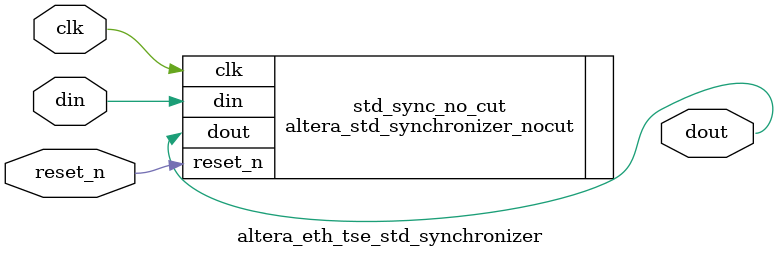
<source format=v>




// START_MODULE_NAME-----------------------------------------------------------
//
// Module Name : altera_eth_tse_std_synchronizer
//
// Description : Single bit clock domain crossing synchronizer. 
//               Composed of two or more flip flops connected in series.
//               Random metastable condition is simulated when the 
//               __ALTERA_STD__METASTABLE_SIM macro is defined.
//               Use +define+__ALTERA_STD__METASTABLE_SIM argument 
//               on the Verilog simulator compiler command line to 
//               enable this mode. In addition, dfine the macro
//               __ALTERA_STD__METASTABLE_SIM_VERBOSE to get console output 
//               with every metastable event generated in the synchronizer.
//
// Copyright (C) Altera Corporation 2009, All Rights Reserved
// END_MODULE_NAME-------------------------------------------------------------

`timescale 1ns / 1ns

module altera_eth_tse_std_synchronizer  #(
    parameter depth = 3
) (
    input   clk,
    input   reset_n,
    input   din,
    output  dout
);
    
    altera_std_synchronizer_nocut #(
        .depth(depth)
    ) std_sync_no_cut (
        .clk        (clk),
        .reset_n    (reset_n),
        .din        (din),
        .dout       (dout)
    );
    
endmodule
      

</source>
